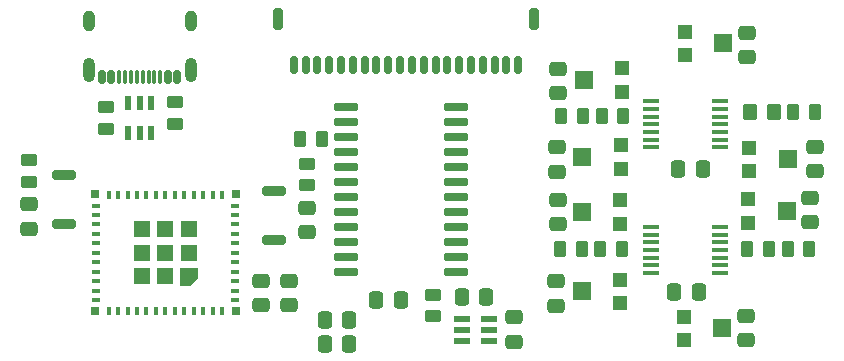
<source format=gbr>
%TF.GenerationSoftware,KiCad,Pcbnew,9.0.2*%
%TF.CreationDate,2025-11-18T20:52:18-03:00*%
%TF.ProjectId,Smart_insoles_2025_v1,536d6172-745f-4696-9e73-6f6c65735f32,rev?*%
%TF.SameCoordinates,Original*%
%TF.FileFunction,Paste,Top*%
%TF.FilePolarity,Positive*%
%FSLAX46Y46*%
G04 Gerber Fmt 4.6, Leading zero omitted, Abs format (unit mm)*
G04 Created by KiCad (PCBNEW 9.0.2) date 2025-11-18 20:52:18*
%MOMM*%
%LPD*%
G01*
G04 APERTURE LIST*
G04 Aperture macros list*
%AMRoundRect*
0 Rectangle with rounded corners*
0 $1 Rounding radius*
0 $2 $3 $4 $5 $6 $7 $8 $9 X,Y pos of 4 corners*
0 Add a 4 corners polygon primitive as box body*
4,1,4,$2,$3,$4,$5,$6,$7,$8,$9,$2,$3,0*
0 Add four circle primitives for the rounded corners*
1,1,$1+$1,$2,$3*
1,1,$1+$1,$4,$5*
1,1,$1+$1,$6,$7*
1,1,$1+$1,$8,$9*
0 Add four rect primitives between the rounded corners*
20,1,$1+$1,$2,$3,$4,$5,0*
20,1,$1+$1,$4,$5,$6,$7,0*
20,1,$1+$1,$6,$7,$8,$9,0*
20,1,$1+$1,$8,$9,$2,$3,0*%
G04 Aperture macros list end*
%ADD10C,0.010000*%
%ADD11RoundRect,0.250000X-0.262500X-0.450000X0.262500X-0.450000X0.262500X0.450000X-0.262500X0.450000X0*%
%ADD12RoundRect,0.250000X-0.337500X-0.475000X0.337500X-0.475000X0.337500X0.475000X-0.337500X0.475000X0*%
%ADD13R,1.200000X1.200000*%
%ADD14R,1.500000X1.600000*%
%ADD15RoundRect,0.200000X0.800000X-0.200000X0.800000X0.200000X-0.800000X0.200000X-0.800000X-0.200000X0*%
%ADD16RoundRect,0.250000X0.262500X0.450000X-0.262500X0.450000X-0.262500X-0.450000X0.262500X-0.450000X0*%
%ADD17RoundRect,0.250000X-0.450000X0.262500X-0.450000X-0.262500X0.450000X-0.262500X0.450000X0.262500X0*%
%ADD18R,0.600000X1.200000*%
%ADD19RoundRect,0.250000X0.475000X-0.337500X0.475000X0.337500X-0.475000X0.337500X-0.475000X-0.337500X0*%
%ADD20RoundRect,0.250000X0.350000X0.450000X-0.350000X0.450000X-0.350000X-0.450000X0.350000X-0.450000X0*%
%ADD21R,0.800000X0.400000*%
%ADD22R,0.400000X0.800000*%
%ADD23R,1.450000X1.450000*%
%ADD24R,0.700000X0.700000*%
%ADD25RoundRect,0.075000X0.955000X0.225000X-0.955000X0.225000X-0.955000X-0.225000X0.955000X-0.225000X0*%
%ADD26RoundRect,0.250000X-0.475000X0.337500X-0.475000X-0.337500X0.475000X-0.337500X0.475000X0.337500X0*%
%ADD27RoundRect,0.150000X0.150000X0.425000X-0.150000X0.425000X-0.150000X-0.425000X0.150000X-0.425000X0*%
%ADD28RoundRect,0.075000X0.075000X0.500000X-0.075000X0.500000X-0.075000X-0.500000X0.075000X-0.500000X0*%
%ADD29O,1.000000X2.100000*%
%ADD30O,1.000000X1.800000*%
%ADD31R,1.473200X0.355600*%
%ADD32RoundRect,0.073750X-0.586250X-0.221250X0.586250X-0.221250X0.586250X0.221250X-0.586250X0.221250X0*%
%ADD33RoundRect,0.250000X0.337500X0.475000X-0.337500X0.475000X-0.337500X-0.475000X0.337500X-0.475000X0*%
%ADD34RoundRect,0.150000X0.150000X0.625000X-0.150000X0.625000X-0.150000X-0.625000X0.150000X-0.625000X0*%
%ADD35RoundRect,0.200000X0.200000X0.700000X-0.200000X0.700000X-0.200000X-0.700000X0.200000X-0.700000X0*%
G04 APERTURE END LIST*
D10*
%TO.C,U5*%
X120525000Y-92215000D02*
X119925000Y-92815000D01*
X119075000Y-92815000D01*
X119075000Y-91365000D01*
X120525000Y-91365000D01*
X120525000Y-92215000D01*
G36*
X120525000Y-92215000D02*
G01*
X119925000Y-92815000D01*
X119075000Y-92815000D01*
X119075000Y-91365000D01*
X120525000Y-91365000D01*
X120525000Y-92215000D01*
G37*
%TD*%
D11*
%TO.C,R10*%
X151252499Y-89779763D03*
X153077499Y-89779763D03*
%TD*%
D12*
%TO.C,C17*%
X160902499Y-93431963D03*
X162977499Y-93431963D03*
%TD*%
D13*
%TO.C,R5*%
X156375000Y-83025000D03*
D14*
X153125000Y-82025000D03*
D13*
X156375000Y-81025000D03*
%TD*%
D15*
%TO.C,SW1*%
X127050000Y-89050000D03*
X127050000Y-84850000D03*
%TD*%
D16*
%TO.C,R14*%
X172336165Y-89802400D03*
X170511165Y-89802400D03*
%TD*%
D11*
%TO.C,R3*%
X154781299Y-78534363D03*
X156606299Y-78534363D03*
%TD*%
D17*
%TO.C,R22*%
X129850000Y-82565000D03*
X129850000Y-84390000D03*
%TD*%
D18*
%TO.C,IC1*%
X114700000Y-79965000D03*
X115650000Y-79965000D03*
X116600000Y-79965000D03*
X116600000Y-77465000D03*
X115650000Y-77465000D03*
X114700000Y-77465000D03*
%TD*%
D19*
%TO.C,C13*%
X151052499Y-87717263D03*
X151052499Y-85642263D03*
%TD*%
D13*
%TO.C,R16*%
X167167000Y-85560400D03*
D14*
X170417000Y-86560400D03*
D13*
X167167000Y-87560400D03*
%TD*%
D20*
%TO.C,R8*%
X169345800Y-78176600D03*
X167345800Y-78176600D03*
%TD*%
D21*
%TO.C,U5*%
X123725000Y-94115000D03*
X123725000Y-93315000D03*
X123725000Y-92515000D03*
X123725000Y-91715000D03*
X123725000Y-90915000D03*
X123725000Y-90115000D03*
X123725000Y-89315000D03*
X123725000Y-88515000D03*
X123725000Y-87715000D03*
X123725000Y-86915000D03*
X123725000Y-86115000D03*
D22*
X122625000Y-85215000D03*
X121825000Y-85215000D03*
X121025000Y-85215000D03*
X120225000Y-85215000D03*
X119425000Y-85215000D03*
X118625000Y-85215000D03*
X117825000Y-85215000D03*
X117025000Y-85215000D03*
X116225000Y-85215000D03*
X115425000Y-85215000D03*
X114625000Y-85215000D03*
X113825000Y-85215000D03*
X113025000Y-85215000D03*
D21*
X111925000Y-86115000D03*
X111925000Y-86915000D03*
X111925000Y-87715000D03*
X111925000Y-88515000D03*
X111925000Y-89315000D03*
X111925000Y-90115000D03*
X111925000Y-90915000D03*
X111925000Y-91715000D03*
X111925000Y-92515000D03*
X111925000Y-93315000D03*
X111925000Y-94115000D03*
D22*
X113025000Y-95015000D03*
X113825000Y-95015000D03*
X114625000Y-95015000D03*
X115425000Y-95015000D03*
X116225000Y-95015000D03*
X117025000Y-95015000D03*
X117825000Y-95015000D03*
X118625000Y-95015000D03*
X119425000Y-95015000D03*
X120225000Y-95015000D03*
X121025000Y-95015000D03*
X121825000Y-95015000D03*
X122625000Y-95015000D03*
D23*
X117825000Y-92090000D03*
X115850000Y-92090000D03*
X115850000Y-90115000D03*
X115850000Y-88140000D03*
X117825000Y-88140000D03*
X119800000Y-88140000D03*
X119800000Y-90115000D03*
X117825000Y-90115000D03*
D24*
X111875000Y-95065000D03*
X111875000Y-85165000D03*
X123775000Y-85165000D03*
X123775000Y-95065000D03*
%TD*%
D16*
%TO.C,R15*%
X168917000Y-89760400D03*
X167092000Y-89760400D03*
%TD*%
D13*
%TO.C,R7*%
X167274500Y-81207000D03*
D14*
X170524500Y-82207000D03*
D13*
X167274500Y-83207000D03*
%TD*%
D12*
%TO.C,C26*%
X131337500Y-97825000D03*
X133412500Y-97825000D03*
%TD*%
D13*
%TO.C,R17*%
X156352499Y-94379763D03*
D14*
X153102499Y-93379763D03*
D13*
X156352499Y-92379763D03*
%TD*%
D25*
%TO.C,U2*%
X142430000Y-91735000D03*
X142430000Y-90465000D03*
X142430000Y-89195000D03*
X142430000Y-87925000D03*
X142430000Y-86655000D03*
X142430000Y-85385000D03*
X142430000Y-84115000D03*
X142430000Y-82845000D03*
X142430000Y-81575000D03*
X142430000Y-80305000D03*
X142430000Y-79035000D03*
X142430000Y-77765000D03*
X133150000Y-77765000D03*
X133150000Y-79035000D03*
X133150000Y-80305000D03*
X133150000Y-81575000D03*
X133150000Y-82845000D03*
X133150000Y-84115000D03*
X133150000Y-85385000D03*
X133150000Y-86655000D03*
X133150000Y-87925000D03*
X133150000Y-89195000D03*
X133150000Y-90465000D03*
X133150000Y-91735000D03*
%TD*%
D26*
%TO.C,C6*%
X172845300Y-81119500D03*
X172845300Y-83194500D03*
%TD*%
D16*
%TO.C,R6*%
X172799500Y-78207000D03*
X170974500Y-78207000D03*
%TD*%
D12*
%TO.C,C25*%
X131337500Y-95825000D03*
X133412500Y-95825000D03*
%TD*%
D19*
%TO.C,C12*%
X150902499Y-94617263D03*
X150902499Y-92542263D03*
%TD*%
%TO.C,C5*%
X147340000Y-97632500D03*
X147340000Y-95557500D03*
%TD*%
D16*
%TO.C,R1*%
X131090000Y-80450000D03*
X129265000Y-80450000D03*
%TD*%
D15*
%TO.C,SW2*%
X109250000Y-87702500D03*
X109250000Y-83502500D03*
%TD*%
D13*
%TO.C,R9*%
X161785499Y-71384363D03*
D14*
X165035499Y-72384363D03*
D13*
X161785499Y-73384363D03*
%TD*%
D19*
%TO.C,C21*%
X129850000Y-88365000D03*
X129850000Y-86290000D03*
%TD*%
D27*
%TO.C,J2*%
X118850000Y-75255000D03*
X118050000Y-75255000D03*
D28*
X116900000Y-75255000D03*
X115900000Y-75255000D03*
X115400000Y-75255000D03*
X114400000Y-75255000D03*
D27*
X113250000Y-75255000D03*
X112450000Y-75255000D03*
X112450000Y-75255000D03*
X113250000Y-75255000D03*
D28*
X113900000Y-75255000D03*
X114900000Y-75255000D03*
X116400000Y-75255000D03*
X117400000Y-75255000D03*
D27*
X118050000Y-75255000D03*
X118850000Y-75255000D03*
D29*
X119970000Y-74680000D03*
D30*
X119970000Y-70500000D03*
D29*
X111330000Y-74680000D03*
D30*
X111330000Y-70500000D03*
%TD*%
D31*
%TO.C,U9*%
X158914499Y-87928563D03*
X158914499Y-88588963D03*
X158914499Y-89223963D03*
X158914499Y-89884363D03*
X158914499Y-90544763D03*
X158914499Y-91179763D03*
X158914499Y-91840163D03*
X164756499Y-91840163D03*
X164756499Y-91179763D03*
X164756499Y-90544763D03*
X164756499Y-89884363D03*
X164756499Y-89223963D03*
X164756499Y-88588963D03*
X164756499Y-87928563D03*
%TD*%
D32*
%TO.C,U4*%
X142910000Y-95715000D03*
X142910000Y-96665000D03*
X142910000Y-97615000D03*
X145200000Y-97615000D03*
X145200000Y-96665000D03*
X145200000Y-95715000D03*
%TD*%
D12*
%TO.C,C4*%
X142897999Y-93884363D03*
X144972999Y-93884363D03*
%TD*%
D19*
%TO.C,C20*%
X106250000Y-88102500D03*
X106250000Y-86027500D03*
%TD*%
D26*
%TO.C,C3*%
X128325000Y-92490000D03*
X128325000Y-94565000D03*
%TD*%
D19*
%TO.C,C7*%
X151107434Y-76621863D03*
X151107434Y-74546863D03*
%TD*%
D26*
%TO.C,C9*%
X167100000Y-71465900D03*
X167100000Y-73540900D03*
%TD*%
%TO.C,C10*%
X166950000Y-95427500D03*
X166950000Y-97502500D03*
%TD*%
D13*
%TO.C,R2*%
X156500000Y-76475000D03*
D14*
X153250000Y-75475000D03*
D13*
X156500000Y-74475000D03*
%TD*%
D31*
%TO.C,U8*%
X158960499Y-77284363D03*
X158960499Y-77944763D03*
X158960499Y-78579763D03*
X158960499Y-79240163D03*
X158960499Y-79900563D03*
X158960499Y-80535563D03*
X158960499Y-81195963D03*
X164802499Y-81195963D03*
X164802499Y-80535563D03*
X164802499Y-79900563D03*
X164802499Y-79240163D03*
X164802499Y-78579763D03*
X164802499Y-77944763D03*
X164802499Y-77284363D03*
%TD*%
D19*
%TO.C,C8*%
X150980335Y-83262500D03*
X150980335Y-81187500D03*
%TD*%
D33*
%TO.C,C1*%
X137762500Y-94075000D03*
X135687500Y-94075000D03*
%TD*%
D26*
%TO.C,C11*%
X172417000Y-85472900D03*
X172417000Y-87547900D03*
%TD*%
D17*
%TO.C,R23*%
X112800000Y-77790000D03*
X112800000Y-79615000D03*
%TD*%
D13*
%TO.C,R12*%
X156352499Y-87679763D03*
D14*
X153102499Y-86679763D03*
D13*
X156352499Y-85679763D03*
%TD*%
D17*
%TO.C,R18*%
X140525000Y-93665000D03*
X140525000Y-95490000D03*
%TD*%
D26*
%TO.C,C2*%
X125900000Y-92477500D03*
X125900000Y-94552500D03*
%TD*%
D11*
%TO.C,R4*%
X151347499Y-78576363D03*
X153172499Y-78576363D03*
%TD*%
%TO.C,R11*%
X154640499Y-89779763D03*
X156465499Y-89779763D03*
%TD*%
D34*
%TO.C,J1*%
X147700000Y-74215000D03*
X146700000Y-74215000D03*
X145700000Y-74215000D03*
X144700000Y-74215000D03*
X143700000Y-74215000D03*
X142700000Y-74215000D03*
X141700000Y-74215000D03*
X140700000Y-74215000D03*
X139700000Y-74215000D03*
X138700000Y-74215000D03*
X137700000Y-74215000D03*
X136700000Y-74215000D03*
X135700000Y-74215000D03*
X134700000Y-74215000D03*
X133700000Y-74215000D03*
X132700000Y-74215000D03*
X131700000Y-74215000D03*
X130700000Y-74215000D03*
X129700000Y-74215000D03*
X128700000Y-74215000D03*
D35*
X149000000Y-70340000D03*
X127400000Y-70340000D03*
%TD*%
D17*
%TO.C,R30*%
X118600000Y-77382500D03*
X118600000Y-79207500D03*
%TD*%
D13*
%TO.C,R19*%
X161700000Y-95515000D03*
D14*
X164950000Y-96515000D03*
D13*
X161700000Y-97515000D03*
%TD*%
D17*
%TO.C,R29*%
X106250000Y-82290000D03*
X106250000Y-84115000D03*
%TD*%
D12*
%TO.C,C18*%
X161262500Y-83050000D03*
X163337500Y-83050000D03*
%TD*%
M02*

</source>
